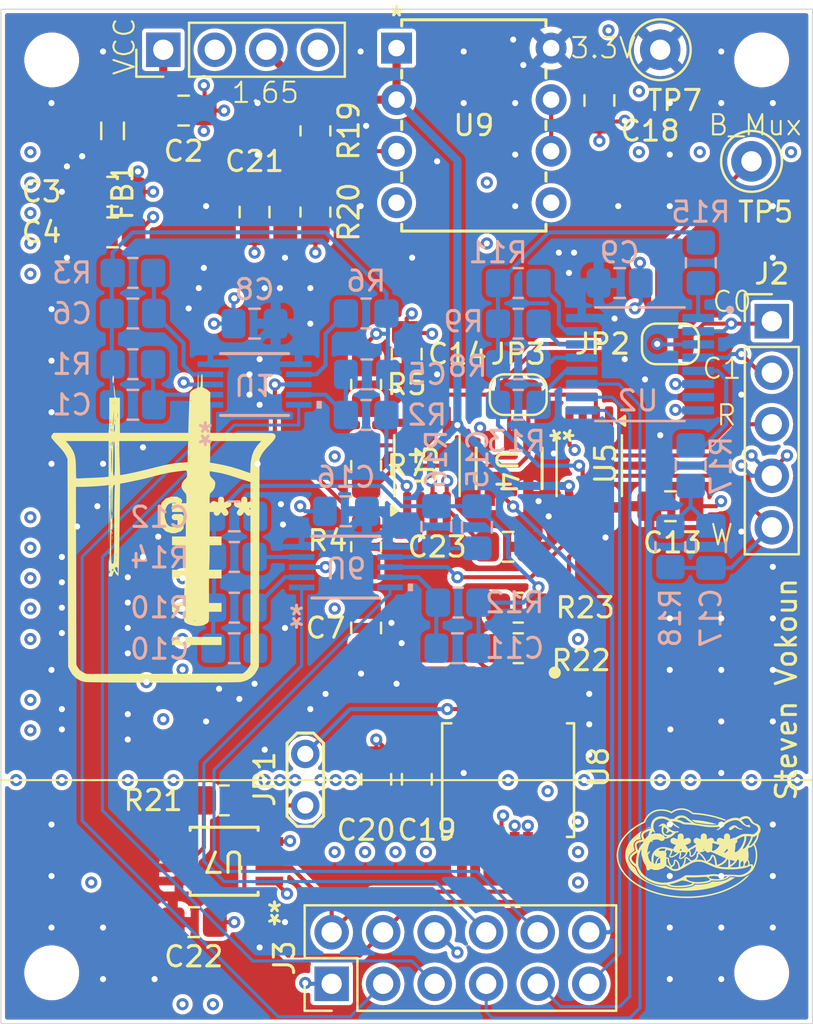
<source format=kicad_pcb>
(kicad_pcb (version 20240108) (generator "pcbnew") (generator_version "8.0")
  (layers (0 "F.Cu" signal) (1 "In1.Cu" power) (2 "In2.Cu" power) (31 "B.Cu" signal) (34 "B.Paste" user) (35 "F.Paste" user) (36 "B.SilkS" user "B.Silkscreen") (37 "F.SilkS" user "F.Silkscreen") (38 "B.Mask" user) (39 "F.Mask" user) (44 "Edge.Cuts" user))
  (net 0 "")
  (net 1 "GND")
  (net 2 "+3.3V")
  (net 3 "VCC")
  (net 4 "/VOUT")
  (net 5 "Net-(U1-S1)")
  (net 6 "Net-(U6-S1)")
  (net 7 "/R_AMP-")
  (net 8 "Net-(U6-S2)")
  (net 9 "Net-(U6-S3)")
  (net 10 "/R_TRANS-")
  (net 11 "Net-(C17-Pad1)")
  (net 12 "/R_TRANS+")
  (net 13 "/SCL")
  (net 14 "/A2_CAL")
  (net 15 "/A0_TRANS")
  (net 16 "/A0_AMP")
  (net 17 "/2_3_Electrode")
  (net 18 "/A1_AMP")
  (net 19 "/SDA")
  (net 20 "/A1_CAL")
  (net 21 "/A0_CAL")
  (net 22 "/A1_TRANS")
  (net 23 "/Counter0")
  (net 24 "/Counter1")
  (net 25 "Net-(JP1-B)")
  (net 26 "Net-(JP1-A)")
  (net 27 "/Adjusted_Output")
  (net 28 "/Reference_Follower")
  (net 29 "Net-(U1-S2)")
  (net 30 "Net-(U1-S3)")
  (net 31 "/R_AMP+")
  (net 32 "Net-(C7-Pad2)")
  (net 33 "Net-(U6-S4)")
  (net 34 "/Cal5")
  (net 35 "/Cal4")
  (net 36 "/Cal3")
  (net 37 "/Cal2")
  (net 38 "/Cal6")
  (net 39 "/Cal1")
  (net 40 "+1V65")
  (net 41 "/Reference")
  (net 42 "Net-(U9-+INA)")
  (net 43 "Net-(U3B--)")
  (net 44 "Net-(U1-S4)")
  (net 45 "Net-(U7-CLK)")
  (net 46 "Net-(U8-RFB)")
  (net 47 "Net-(U8-VIN)")
  (net 49 "Net-(U9--INB)")
  (footprint "Capacitor_SMD:C_0805_2012Metric_Pad1.18x1.45mm_HandSolder" (layer "F.Cu") (at 118 80.5 90)
    (property "Reference" "C7")
    (property "Value" "10u")
  )
  (footprint "Capacitor_SMD:C_0805_2012Metric_Pad1.18x1.45mm_HandSolder" (layer "F.Cu") (at 105.5 59)
    (property "Reference" "C3")
    (property "Value" "10u")
  )
  (footprint "Resistor_SMD:R_0805_2012Metric_Pad1.20x1.40mm_HandSolder" (layer "F.Cu") (at 111 89)
    (property "Reference" "R21")
    (property "Value" "33")
  )
  (footprint "Jumper:SolderJumper-2_P1.3mm_Open_RoundedPad1.0x1.5mm" (layer "F.Cu") (at 125.5 69)
    (property "Reference" "JP3")
    (property "Value" "SolderJumper" (hide yes))
  )
  (footprint "LT1490A:PDIP-8_N_LIT" (layer "F.Cu") (at 119.5 51.92)
    (property "Reference" "U9")
    (property "Value" "LT1490ACN8-PBF")
  )
  (footprint "Package_SO:MSOP-8_3x3mm_P0.65mm" (layer "F.Cu") (at 121 72.5 90)
    (property "Reference" "U3")
    (property "Value" "AD8606ARM" (hide yes))
  )
  (footprint "Resistor_SMD:R_0805_2012Metric_Pad1.20x1.40mm_HandSolder" (layer "F.Cu") (at 115.5 56 -90)
    (property "Reference" "R19")
    (property "Value" "10k")
  )
  (footprint "Resistor_SMD:R_0805_2012Metric_Pad1.20x1.40mm_HandSolder" (layer "F.Cu") (at 125.5 81.5 180)
    (property "Reference" "R22")
    (property "Value" "100k")
  )
  (footprint "Capacitor_SMD:C_0805_2012Metric_Pad1.18x1.45mm_HandSolder" (layer "F.Cu") (at 133 74.5)
    (property "Reference" "C13")
    (property "Value" "1u")
  )
  (footprint "Resistor_SMD:R_0805_2012Metric_Pad1.20x1.40mm_HandSolder" (layer "F.Cu") (at 118 76.5 90)
    (property "Reference" "R4")
    (property "Value" "100k")
  )
  (footprint "LOGO" (layer "F.Cu") (at 110.1 75)
    (property "Reference" "G***")
    (property "Value" "LOGO" (hide yes))
  )
  (footprint "AD5933:SOP65P780X200-16N" (layer "F.Cu") (at 125 88 -90)
    (property "Reference" "U8")
    (property "Value" "AD5933")
  )
  (footprint "Capacitor_SMD:C_0805_2012Metric_Pad1.18x1.45mm_HandSolder" (layer "F.Cu") (at 120 67 90)
    (property "Reference" "C14")
    (property "Value" "1u")
  )
  (footprint "Resistor_SMD:R_0805_2012Metric_Pad1.20x1.40mm_HandSolder" (layer "F.Cu") (at 118 72.5 90)
    (property "Reference" "R7")
    (property "Value" "10k")
  )
  (footprint "Capacitor_SMD:C_0805_2012Metric_Pad1.18x1.45mm_HandSolder" (layer "F.Cu") (at 118.5 87.9625 90)
    (property "Reference" "C20")
    (property "Value" ".1u")
  )
  (footprint "Capacitor_SMD:C_0805_2012Metric_Pad1.18x1.45mm_HandSolder" (layer "F.Cu") (at 109 55)
    (property "Reference" "C2")
    (property "Value" "22u")
  )
  (footprint "LTC6904:MSOP-8_MS_LIT" (layer "F.Cu") (at 111 92 180)
    (property "Reference" "U7")
    (property "Value" "LTC6904CMS8-PBF")
  )
  (footprint "Capacitor_SMD:C_0805_2012Metric_Pad1.18x1.45mm_HandSolder" (layer "F.Cu") (at 105.5 61)
    (property "Reference" "C4")
    (property "Value" ".1u")
  )
  (footprint "TestPoint:TestPoint_Loop_D1.80mm_Drill1.0mm_Beaded" (layer "F.Cu") (at 137 57.5)
    (property "Reference" "TP5")
    (property "Value" "Counter_Before_Mux" (hide yes))
  )
  (footprint "LOGO" (layer "F.Cu") (at 133.9 91.6)
    (property "Reference" "G***")
    (property "Value" "LOGO" (hide yes))
  )
  (footprint "Package_SO:MSOP-8_3x3mm_P0.65mm" (layer "F.Cu") (at 129 72.5 -90)
    (property "Reference" "U5")
    (property "Value" "AD8606ARM" (hide yes))
  )
  (footprint "Connector_PinHeader_2.54mm:PinHeader_1x05_P2.54mm_Vertical" (layer "F.Cu") (at 138 65.38)
    (property "Reference" "J2")
    (property "Value" "Conn_01x05_Pin" (hide yes))
  )
  (footprint "Capacitor_SMD:C_0805_2012Metric_Pad1.18x1.45mm_HandSolder" (layer "F.Cu") (at 109.5 95)
    (property "Reference" "C22")
    (property "Value" ".1u")
  )
  (footprint "Resistor_SMD:R_0805_2012Metric_Pad1.20x1.40mm_HandSolder" (layer "F.Cu") (at 125.5 79.5)
    (property "Reference" "R23")
    (property "Value" "20k")
  )
  (footprint "MountingHole:MountingHole_2.2mm_M2" (layer "F.Cu") (at 102.5 52.5)
    (property "Reference" "H1" (hide yes))
    (property "Value" "MountingHole" (hide yes))
  )
  (footprint "TestPoint:TestPoint_Loop_D1.80mm_Drill1.0mm_Beaded" (layer "F.Cu") (at 132.5 52)
    (property "Reference" "TP7")
    (property "Value" "3.3V" (hide yes))
  )
  (footprint "Connector_PinHeader_2.54mm:PinHeader_1x04_P2.54mm_Vertical" (layer "F.Cu") (at 108 52 90)
    (property "Reference" "J1" (hide yes))
    (property "Value" "Conn_01x04_Pin" (hide yes))
  )
  (footprint "MountingHole:MountingHole_2.2mm_M2" (layer "F.Cu") (at 102.5 97.5)
    (property "Reference" "H3" (hide yes))
    (property "Value" "MountingHole" (hide yes))
  )
  (footprint "Jumper:SolderJumper-2_P1.3mm_Open_RoundedPad1.0x1.5mm" (layer "F.Cu") (at 133 66.5)
    (property "Reference" "JP2")
    (property "Value" "SolderJumper" (hide yes))
  )
  (footprint "Capacitor_SMD:C_0805_2012Metric_Pad1.18x1.45mm_HandSolder" (layer "F.Cu") (at 112.5 60 -90)
    (property "Reference" "C21")
    (property "Value" ".1u")
  )
  (footprint "Resistor_SMD:R_0805_2012Metric_Pad1.20x1.40mm_HandSolder" (layer "F.Cu") (at 115.5 60 -90)
    (property "Reference" "R20")
    (property "Value" "10k")
  )
  (footprint "MountingHole:MountingHole_2.2mm_M2" (layer "F.Cu") (at 137.5 97.5)
    (property "Reference" "H4" (hide yes))
    (property "Value" "MountingHole" (hide yes))
  )
  (footprint "TestPoint:TestPoint_2Pads_Pitch2.54mm_Drill0.8mm" (layer "F.Cu") (at 115 89.25 90)
    (property "Reference" "JP1")
    (property "Value" "Jumper" (hide yes))
  )
  (footprint "Capacitor_SMD:C_0805_2012Metric_Pad1.18x1.45mm_HandSolder" (layer "F.Cu") (at 125 76.5 180)
    (property "Reference" "C23")
    (property "Value" "1u")
  )
  (footprint "Resistor_SMD:R_0805_2012Metric_Pad1.20x1.40mm_HandSolder" (layer "F.Cu") (at 118 68.5 -90)
    (property "Reference" "R5")
    (property "Value" "10k")
  )
  (footprint "Capacitor_SMD:C_0805_2012Metric_Pad1.18x1.45mm_HandSolder" (layer "F.Cu") (at 129.5 54.5 90)
    (property "Reference" "C18")
    (property "Value" "1u")
  )
  (footprint "Connector_PinHeader_2.54mm:PinHeader_2x06_P2.54mm_Vertical" (layer "F.Cu") (at 116.3 98.04 90)
    (property "Reference" "J3")
    (property "Value" "Conn_02x06_Odd_Even" (hide yes))
  )
  (footprint "MountingHole:MountingHole_2.2mm_M2" (layer "F.Cu") (at 137.5 52.5)
    (property "Reference" "H2" (hide yes))
    (property "Value" "MountingHole" (hide yes))
  )
  (footprint "MAX4646:21-0057F_MXM" (layer "F.Cu") (at 125.049999 72.63475 -90)
    (property "Reference" "U4")
    (property "Value" "MAX4646EUK+T")
  )
  (footprint "Inductor_SMD:L_0805_2012Metric_Pad1.05x1.20mm_HandSolder" (layer "F.Cu") (at 105.5 56 -90)
    (property "Reference" "FB1")
    (property "Value" "FerriteBead" (hide yes))
  )
  (footprint "Capacitor_SMD:C_0805_2012Metric_Pad1.18x1.45mm_HandSolder" (layer "F.Cu") (at 120.5 87.9625 90)
    (property "Reference" "C19")
    (property "Value" "10u")
  )
  (footprint "Capacitor_SMD:C_0805_2012Metric_Pad1.18x1.45mm_HandSolder" (layer "B.Cu") (at 122.5 81.5)
    (property "Reference" "C11")
    (property "Value" "1p")
  )
  (footprint "Capacitor_SMD:C_0805_2012Metric_Pad1.18x1.45mm_HandSolder" (layer "B.Cu") (at 130.5 63.5)
    (property "Reference" "C9")
    (property "Value" ".1u")
  )
  (footprint "Resistor_SMD:R_0805_2012Metric_Pad1.20x1.40mm_HandSolder" (layer "B.Cu") (at 118 70)
    (property "Reference" "R2")
    (property "Value" "10k")
  )
  (footprint "Resistor_SMD:R_0805_2012Metric_Pad1.20x1.40mm_HandSolder" (layer "B.Cu") (at 111.5 77 180)
    (property "Reference" "R14")
    (property "Value" "100k")
  )
  (footprint "Resistor_SMD:R_0805_2012Metric_Pad1.20x1.40mm_HandSolder" (layer "B.Cu") (at 121.4625 75.5 90)
    (property "Reference" "R16")
    (property "Value" "1Meg")
  )
  (footprint "Resistor_SMD:R_0805_2012Metric_Pad1.20x1.40mm_HandSolder" (layer "B.Cu") (at 118 65)
    (property "Reference" "R6")
    (property "Value" "100k")
  )
  (footprint "Resistor_SMD:R_0805_2012Metric_Pad1.20x1.40mm_HandSolder" (layer "B.Cu") (at 125.5 65.5 180)
    (property "Reference" "R9")
    (property "Value" "1Meg")
  )
  (footprint "Resistor_SMD:R_0805_2012Metric_Pad1.20x1.40mm_HandSolder" (layer "B.Cu") (at 134.5 62.5 90)
    (property "Reference" "R15")
    (property "Value" "100")
  )
  (footprint "Resistor_SMD:R_0805_2012Metric_Pad1.20x1.40mm_HandSolder" (layer "B.Cu") (at 122.5375 79.25)
    (property "Reference" "R12")
    (property "Value" "10k")
  )
  (footprint "Resistor_SMD:R_0805_2012Metric_Pad1.20x1.40mm_HandSolder" (layer "B.Cu") (at 133 76.5 -90)
    (property "Reference" "R18")
    (property "Value" "1k")
  )
  (footprint "DG2034:SMT_EDQ-T1-GE3_VIS" (layer "B.Cu") (at 112.5 68.5)
    (property "Reference" "U1")
    (property "Value" "DG2034EDQ-T1-GE3")
  )
  (footprint "Capacitor_SMD:C_0805_2012Metric_Pad1.18x1.45mm_HandSolder" (layer "B.Cu") (at 106.5 65 180)
    (property "Reference" "C6")
    (property "Value" "1p")
  )
  (footprint "Resistor_SMD:R_0805_2012Metric_Pad1.20x1.40mm_HandSolder" (layer "B.Cu") (at 125.5 69.5 180)
    (property "Reference" "R13")
    (property "Value" "10k")
  )
  (footprint "NX3L4051PW_118:SOP65P640X110-16N" (layer "B.Cu") (at 131.5 67.5 180)
    (property "Reference" "U2")
    (property "Value" "NX3L4051PW_118" (hide yes))
  )
  (footprint "Resistor_SMD:R_0805_2012Metric_Pad1.20x1.40mm_HandSolder" (layer "B.Cu") (at 106.5 63 180)
    (property "Reference" "R3")
    (property "Value" "1k")
  )
  (footprint "Capacitor_SMD:C_0805_2012Metric_Pad1.18x1.45mm_HandSolder" (layer "B.Cu") (at 117 74.75 180)
    (property "Reference" "C16")
    (property "Value" ".1u")
  )
  (footprint "Capacitor_SMD:C_0805_2012Metric_Pad1.18x1.45mm_HandSolder" (layer "B.Cu") (at 111.5 81.5 180)
    (property "Reference" "C10")
    (property "Value" "1p")
  )
  (footprint "Capacitor_SMD:C_0805_2012Metric_Pad1.18x1.45mm_HandSolder" (layer "B.Cu") (at 106.5 69.5 180)
    (property "Reference" "C1")
    (property "Value" "1p")
  )
  (footprint "Resistor_SMD:R_0805_2012Metric_Pad1.20x1.40mm_HandSolder" (layer "B.Cu") (at 125.5 63.5 180)
    (property "Reference" "R11")
    (property "Value" "100k")
  )
  (footprint "Capacitor_SMD:C_0805_2012Metric_Pad1.18x1.45mm_HandSolder" (layer "B.Cu") (at 118.0375 68)
    (property "Reference" "C5")
    (property "Value" "1p")
  )
  (footprint "Capacitor_SMD:C_0805_2012Metric_Pad1.18x1.45mm_HandSolder" (layer "B.Cu") (at 111.5 75 180)
    (property "Reference" "C12")
    (property "Value" "1p")
  )
  (footprint "DG2034:SMT_EDQ-T1-GE3_VIS" (layer "B.Cu") (at 117 77.5)
    (property "Reference" "U6")
    (property "Value" "DG2034EDQ-T1-GE3")
  )
  (footprint "Capacitor_SMD:C_0805_2012Metric_Pad1.18x1.45mm_HandSolder" (layer "B.Cu") (at 112.5 65.5 180)
    (property "Reference" "C8")
    (property "Value" ".1u")
  )
  (footprint "Resistor_SMD:R_0805_2012Metric_Pad1.20x1.40mm_HandSolder" (layer "B.Cu") (at 134 72.5 -90)
    (property "Reference" "R17")
    (property "Value" "1k")
  )
  (footprint "Capacitor_SMD:C_0805_2012Metric_Pad1.18x1.45mm_HandSolder" (layer "B.Cu") (at 135 76.5 -90)
    (property "Reference" "C17")
    (property "Value" "1p")
  )
  (footprint "Resistor_SMD:R_0805_2012Metric_Pad1.20x1.40mm_HandSolder" (layer "B.Cu") (at 125.5 67.5 180)
    (property "Reference" "R8")
    (property "Value" "10Meg")
  )
  (footprint "Resistor_SMD:R_0805_2012Metric_Pad1.20x1.40mm_HandSolder" (layer "B.Cu") (at 111.5 79.5 180)
    (property "Reference" "R10")
    (property "Value" "100")
  )
  (footprint "Resistor_SMD:R_0805_2012Metric_Pad1.20x1.40mm_HandSolder" (layer "B.Cu") (at 106.5 67.5 180)
    (property "Reference" "R1")
    (property "Value" "100k")
  )
  (footprint "Capacitor_SMD:C_0805_2012Metric_Pad1.18x1.45mm_HandSolder" (layer "B.Cu") (at 123.4625 75.5375 90)
    (property "Reference" "C15")
    (property "Value" "1p")
  )
  (gr_line (start 100 88) (end 140 88) (stroke (width 0.1)) (layer "F.SilkS"))
  (gr_rect (start 100 50) (end 140 100) (stroke (width 0.05)) (fill none) (layer "Edge.Cuts"))
  (gr_text "1.65" (at 111.3 54.7 0) (layer "F.SilkS") (effects (font (size 1 1) (thickness 0.1)) (justify left bottom)))
  (gr_text "R" (at 135.2 70.6 0) (layer "F.SilkS") (effects (font (size 1 1) (thickness 0.1)) (justify left bottom)))
  (gr_text "Steven Vokoun" (at 139.3 89.1 90) (layer "F.SilkS") (effects (font (size 1 1)) (justify left bottom)))
  (gr_text "W" (at 134.9 76.5 0) (layer "F.SilkS") (effects (font (size 1 1) (thickness 0.1)) (justify left bottom)))
  (gr_text "VCC" (at 106.67 53.33 90) (layer "F.SilkS") (effects (font (size 1 1) (thickness 0.1)) (justify left bottom)))
  (gr_text "C0" (at 135 65 0) (layer "F.SilkS") (effects (font (size 1 1) (thickness 0.1)) (justify left bottom)))
  (gr_text "B_Mux" (at 134.8 56.3 0) (layer "F.SilkS") (effects (font (size 1 1) (thickness 0.1)) (justify left bottom)))
  (gr_text "3.3V" (at 128 52.5 0) (layer "F.SilkS") (effects (font (size 1 1) (thickness 0.1)) (justify left bottom)))
  (gr_text "C1" (at 134.5 68.3 0) (layer "F.SilkS") (effects (font (size 1 1) (thickness 0.1)) (justify left bottom)))
  (segment (start 113.22885 92.974999) (end 113.474999 92.974999) (width 0.2) (layer "F.Cu") (net 1))
  (segment (start 113.474999 92.974999) (end 114.1 93.6) (width 0.2) (layer "F.Cu") (net 1))
  (segment (start 130.7125 55.5375) (end 130.75 55.5) (width 0.2) (layer "F.Cu") (net 1))
  (segment (start 115.5 61) (end 115.5 62) (width 0.2) (layer "F.Cu") (net 1))
  (segment (start 110.0375 53.7875) (end 110 53.75) (width 0.2) (layer "F.Cu") (net 1))
  (segment (start 119.425 86.925) (end 118.5 86) (width 0.2) (layer "F.Cu") (net 1))
  (segment (start 121.2125 65.9625) (end 121.25 66) (width 0.2) (layer "F.Cu") (net 1))
  (segment (start 120 65.9625) (end 121.2125 65.9625) (width 0.2) (layer "F.Cu") (net 1))
  (segment (start 106.5375 58.2125) (end 106.75 58) (width 0.2) (layer "F.Cu") (net 1))
  (segment (start 129.5 55.5375) (end 129.5 56.5) (width 0.2) (layer "F.Cu") (net 1))
  (segment (start 123.8625 76.5) (end 121.975 74.6125) (width 0.2) (layer "F.Cu") (net 1))
  (segment (start 124.099998 71.110048) (end 123.619975 70.630025) (width 0.2) (layer "F.Cu") (net 1))
  (segment (start 120 65.9625) (end 120 65.25) (width 0.2) (layer "F.Cu") (net 1))
  (segment (start 124.75 89.75) (end 124.675 89.825) (width 0.2) (layer "F.Cu") (net 1))
  (segment (start 106.5375 59) (end 106.5375 58.2125) (width 0.2) (layer "F.Cu") (net 1))
  (segment (start 113.22885 91.025001) (end 114.224999 91.025001) (width 0.2) (layer "F.Cu") (net 1))
  (segment (start 128.025 70.3875) (end 128.025 71.473527) (width 0.2) (layer "F.Cu") (net 1))
  (segment (start 114.224999 91.025001) (end 114.25 91) (width 0.2) (layer "F.Cu") (net 1))
  (segment (start 120.5 86.925) (end 119.425 86.925) (width 0.2) (layer "F.Cu") (net 1))
  (segment (start 110.0375 55.9625) (end 110 56) (width 0.2) (layer "F.Cu") (net 1))
  (segment (start 110.5375 95) (end 111.5 95) (width 0.2) (layer "F.Cu") (net 1))
  (segment (start 129.5 55.5375) (end 130.7125 55.5375) (width 0.2) (layer "F.Cu") (net 1))
  (segment (start 124.675 89.825) (end 124.675 91.505) (width 0.2) (layer "F.Cu") (net 1))
  (segment (start 125.975 90.25) (end 125.975 91.505) (width 0.2) (layer "F.Cu") (net 1))
  (segment (start 106.5375 61) (end 106.75 61) (width 0.2) (layer "F.Cu") (net 1))
  (segment (start 121.975 73.275) (end 122 73.25) (width 0.2) (layer "F.Cu") (net 1))
  (segment (start 125.325 90.25) (end 125.325 91.505) (width 0.2) (layer "F.Cu") (net 1))
  (segment (start 118.5 86.925) (end 118.5 86) (width 0.2) (layer "F.Cu") (net 1))
  (segment (start 106.75 61) (end 107.5 60.25) (width 0.2) (layer "F.Cu") (net 1))
  (segment (start 110.0375 55) (end 110.0375 55.9625) (width 0.2) (layer "F.Cu") (net 1))
  (segment (start 112.5 61.0375) (end 112.5 62) (width 0.2) (layer "F.Cu") (net 1))
  (segment (start 120.5 86.925) (end 118.5 86.925) (width 0.2) (layer "F.Cu") (net 1))
  (segment (start 121.975 74.6125) (end 121.975 73.275) (width 0.2) (layer "F.Cu") (net 1))
  (segment (start 134.0375 74.5) (end 135.25 74.5) (width 0.2) (layer "F.Cu") (net 1))
  (segment (start 135.25 74.5) (end 135.5 74.25) (width 0.2) (layer "F.Cu") (net 1))
  (segment (start 124.099998 71.2695) (end 124.099998 71.110048) (width 0.2) (layer "F.Cu") (net 1))
  (segment (start 120 65.25) (end 120.25 65) (width 0.2) (layer "F.Cu") (net 1))
  (segment (start 123.9625 76.5) (end 123.8625 76.5) (width 0.2) (layer "F.Cu") (net 1))
  (segment (start 138 72.75) (end 138.75 72) (width 0.2) (layer "F.Cu") (net 1))
  (segment (start 106.5375 59) (end 107.5 59) (width 0.2) (layer "F.Cu") (net 1))
  (segment (start 110.0375 55) (end 110.0375 53.7875) (width 0.2) (layer "F.Cu") (net 1))
  (segment (start 138 73) (end 138 72.75) (width 0.2) (layer "F.Cu") (net 1))
  (segment (start 128.025 71.473527) (end 128.281802 71.730329) (width 0.2) (layer "F.Cu") (net 1))
  (segment (start 125.975 91.505) (end 124.675 91.505) (width 0.5) (layer "F.Cu") (net 1))
  (segment (start 110.0375 55) (end 111 55) (width 0.2) (layer "F.Cu") (net 1))
  (via (at 101.45 81.04775) (size 0.6) (drill 0.3) (layers "F.Cu" "B.Cu") (net 1))
  (via (at 101.45 61.54775) (size 0.6) (drill 0.3) (layers "F.Cu" "B.Cu") (net 1))
  (via (at 111 55) (size 0.6) (drill 0.3) (layers "F.Cu" "B.Cu") (net 1))
  (via (at 111.5 64.25) (size 0.6) (drill 0.3) (layers "F.Cu" "B.Cu") (net 1))
  (via (at 137 88) (size 0.6) (drill 0.3) (layers "F.Cu" "B.Cu") (net 1))
  (via (at 112.5 62) (size 0.6) (drill 0.3) (layers "F.Cu" "B.Cu") (net 1))
  (via (at 113 88) (size 0.6) (drill 0.3) (layers "F.Cu" "B.Cu") (net 1))
  (via (at 114.75 74.5) (size 0.6) (drill 0.3) (layers "F.Cu" "B.Cu") (net 1))
  (via (at 133.25 69.75) (size 0.6) (drill 0.3) (layers "F.Cu" "B.Cu") (net 1))
  (via (at 116.45 72.04775) (size 0.6) (drill 0.3) (layers "F.Cu" "B.Cu") (net 1))
  (via (at 122.5 96.5) (size 0.6) (drill 0.3) (layers "F.Cu" "B.Cu") (net 1))
  (via (at 123.619975 70.630025) (size 0.6) (drill 0.3) (layers "F.Cu" "B.Cu") (net 1))
  (via (at 106.25 88) (size 0.6) (drill 0.3) (layers "F.Cu" "B.Cu") (net 1))
  (via (at 137 72) (size 0.6) (drill 0.3) (layers "F.Cu" "B.Cu") (net 1))
  (via (at 132.5 88) (size 0.6) (drill 0.3) (layers "F.Cu" "B.Cu") (net 1))
  (via (at 118.5 86) (size 0.6) (drill 0.3) (layers "F.Cu" "B.Cu") (net 1))
  (via (at 131.25 64.75) (size 0.6) (drill 0.3) (layers "F.Cu" "B.Cu") (net 1))
  (via (at 108.95 79.54775) (size 0.6) (drill 0.3) (layers "F.Cu" "B.Cu") (net 1))
  (via (at 101.45 79.54775) (size 0.6) (drill 0.3) (layers "F.Cu" "B.Cu") (net 1))
  (via (at 129.95 51.04775) (size 0.6) (drill 0.3) (layers "F.Cu" "B.Cu") (net 1))
  (via (at 131.45 54.04775) (size 0.6) (drill 0.3) (layers "F.Cu" "B.Cu") (net 1))
  (via (at 106.75 58) (size 0.6) (drill 0.3) (layers "F.Cu" "B.Cu") (net 1))
  (via (at 101.45 85.54775) (size 0.6) (drill 0.3) (layers "F.Cu" "B.Cu") (net 1))
  (via (at 139.25 88) (size 0.6) (drill 0.3) (layers "F.Cu" "B.Cu") (net 1))
  (via (at 101.45 78.04775) (size 0.6) (drill 0.3) (layers "F.Cu" "B.Cu") (net 1))
  (via (at 104.45 93.04775) (size 0.6) (drill 0.3) (layers "F.Cu" "B.Cu") (net 1))
  (via (at 128.45 81.04775) (size 0.6) (drill 0.3) (layers "F.Cu" "B.Cu") (net 1))
  (via (at 114.25 91) (size 0.6) (drill 0.3) (layers "F.Cu" "B.Cu") (net 1))
  (via (at 114.1 93.6) (size 0.6) (drill 0.3) (layers "F.Cu" "B.Cu") (net 1))
  (via (at 123.95 61.54775) (size 0.6) (drill 0.3) (layers "F.Cu" "B.Cu") (net 1))
  (via (at 108.95 81.04775) (size 0.6) (drill 0.3) (layers "F.Cu" "B.Cu") (net 1))
  (via (at 101.45 75.04775) (size 0.6) (drill 0.3) (layers "F.Cu" "B.Cu") (net 1))
  (via (at 121.25 66) (size 0.6) (drill 0.3) (layers "F.Cu" "B.Cu") (net 1))
  (via (at 131.5 62.5) (size 0.6) (drill 0.3) (layers "F.Cu" "B.Cu") (net 1))
  (via (at 117.25 88) (size 0.6) (drill 0.3) (layers "F.Cu" "B.Cu") (net 1))
  (via (at 120.95 91.54775) (size 0.6) (drill 0.3) (layers "F.Cu" "B.Cu") (net 1))
  (via (at 115.75 88) (size 0.6) (drill 0.3) (layers "F.Cu" "B.Cu") (net 1))
  (via (at 108.95 99.04775) (size 0.6) (drill 0.3) (layers "F.Cu" "B.Cu") (net 1))
  (via (at 101.45 76.54775) (size 0.6) (drill 0.3) (layers "F.Cu" "B.Cu") (net 1))
  (via (at 113.75 88) (size 0.6) (drill 0.3) (layers "F.Cu" "B.Cu") (net 1))
  (via (at 129.5 56.5) (size 0.6) (drill 0.3) (layers "F.Cu" "B.Cu") (net 1))
  (via (at 115.5 62) (size 0.6) (drill 0.3) (layers "F.Cu" "B.Cu") (net 1))
  (via (at 123.95 58.54775) (size 0.6) (drill 0.3) (layers "F.Cu" "B.Cu") (net 1))
  (via (at 115 98) (size 0.6) (drill 0.3) (layers "F.Cu" "B.Cu") (net 1))
  (via (at 136.5 72.5) (size 0.6) (drill 0.3) (layers "F.Cu" "B.Cu") (net 1))
  (via (at 107.5 59) (size 0.6) (drill 0.3) (layers "F.Cu" "B.Cu") (net 1))
  (via (at 116.5 88) (size 0.6) (drill 0.3) (layers "F.Cu" "B.Cu") (net 1))
  (via (at 108.95 78.04775) (size 0.6) (drill 0.3) (layers "F.Cu" "B.Cu") (net 1))
  (via (at 108.95 82.54775) (size 0.6) (drill 0.3) (layers "F.Cu" "B.Cu") (net 1))
  (via (at 126.95 88.54775) (size 0.6) (drill 0.3) (layers "F.Cu" "B.Cu") (net 1))
  (via (at 135.5 74.25) (size 0.6) (drill 0.3) (layers "F.Cu" "B.Cu") (net 1))
  (via (at 130.75 55.5) (size 0.6) (drill 0.3) (layers "F.Cu" "B.Cu") (net 1))
  (via (at 128.45 91.54775) (size 0.6) (drill 0.3) (layers "F.Cu" "B.Cu") (net 1))
  (via (at 120.25 65) (size 0.6) (drill 0.3) (layers "F.Cu" "B.Cu") (net 1))
  (via (at 108 85) (size 0.6) (drill 0.3) (layers "F.Cu" "B.Cu") (net 1))
  (via (at 110.45 99.04775) (size 0.6) (drill 0.3) (layers "F.Cu" "B.Cu") (net 1))
  (via (at 101.45 58.54775) (size 0.6) (drill 0.3) (layers "F.Cu" "B.Cu") (net 1))
  (via (at 125 88) (size 0.6) (drill 0.3) (layers "F.Cu" "B.Cu") (net 1))
  (via (at 128.281802 71.730329) (size 0.6) (drill 0.3) (layers "F.Cu" "B.Cu") (net 1))
  (via (at 125.325 90.25) (size 0.6) (drill 0.3) (layers "F.Cu" "B.Cu") (net 1))
  (via (at 116.45 79.54775) (size 0.6) (drill 0.3) (layers "F.Cu" "B.Cu") (net 1))
  (via (at 110 53.75) (size 0.6) (drill 0.3) (layers "F.Cu" "B.Cu") (net 1))
  (via (at 125.975 90.25) (size 0.6) (drill 0.3) (layers "F.Cu" "B.Cu") (net 1))
  (via (at 116.45 91.54775) (size 0.6) (drill 0.3) (layers "F.Cu" "B.Cu") (net 1))
  (via (at 117.95 91.54775) (size 0.6) (drill 0.3) (layers "F.Cu" "B.Cu") (net 1))
  (via (at 107.169329 83.17153) (size 0.6) (drill 0.3) (layers "F.Cu" "B.Cu") (net 1))
  (via (at 108.5 88) (size 0.6) (drill 0.3) (layers "F.Cu" "B.Cu") (net 1))
  (via (at 128.45 90.04775) (size 0.6) (drill 0.3) (layers "F.Cu" "B.Cu") (net 1))
  (via (at 103 88) (size 0.6) (drill 0.3) (layers "F.Cu" "B.Cu") (net 1))
  (via (at 110 56) (size 0.6) (drill 0.3) (layers "F.Cu" "B.Cu") (net 1))
  (via (at 116 77.5) (size 0.6) (drill 0.3) (layers "F.Cu" "B.Cu") (net 1))
  (via (at 138.95 57.04775) (size 0.6) (drill 0.3) (layers "F.Cu" "B.Cu") (net 1))
  (via (at 131.45 57.04775) (size 0.6) (drill 0.3) (layers "F.Cu" "B.Cu") (net 1))
  (via (at 138.75 72) (size 0.6) (drill 0.3) (layers "F.Cu" "B.Cu") (net 1))
  (via (at 101.45 57.04775) (size 0.6) (drill 0.3) (layers "F.Cu" "B.Cu") (net 1))
  (via (at 134.45 57.04775) (size 0.6) (drill 0.3) (layers "F.Cu" "B.Cu") (net 1))
  (via (at 100.75 88) (size 0.6) (drill 0.3) (layers "F.Cu" "B.Cu") (net 1))
  (via (at 122 73.25) (size 0.6) (drill 0.3) (layers "F.Cu" "B.Cu") (net 1))
  (via (at 134 88) (size 0.6) (drill 0.3) (layers "F.Cu" "B.Cu") (net 1))
  (via (at 111.5 95) (size 0.6) (drill 0.3) (layers "F.Cu" "B.Cu") (net 1))
  (via (at 101.45 60.04775) (size 0.6) (drill 0.3) (layers "F.Cu" "B.Cu") (net 1))
  (via (at 114.5 88) (size 0.6) (drill 0.3) (layers "F.Cu" "B.Cu") (net 1))
  (via (at 128.45 93.04775) (size 0.6) (drill 0.3) (layers "F.Cu" "B.Cu") (net 1))
  (via (at 101.45 84.04775) (size 0.6) (drill 0.3) (layers "F.Cu" "B.Cu") (net 1))
  (via (at 119.45 91.54775) (size 0.6) (drill 0.3) (layers "F.Cu" "B.Cu") (net 1))
  (via (at 128.75 88) (size 0.6) (drill 0.3) (layers "F.Cu" "B.Cu") (net 1))
  (via (at 133.25 68.475) (size 0.6) (drill 0.3) (layers "F.Cu" "B.Cu") (net 1))
  (via (at 107.5 60.25) (size 0.6) (drill 0.3) (layers "F.Cu" "B.Cu") (net 1))
  (via (at 109.00545 68.400126) (size 0.6) (drill 0.3) (layers "F.Cu" "B.Cu") (net 1))
  (via (at 101.45 63.04775) (size 0.6) (drill 0.3) (layers "F.Cu" "B.Cu") (net 1))
  (via (at 124.75 89.75) (size 0.6) (drill 0.3) (layers "F.Cu" "B.Cu") (net 1))
  (via (at 110.5 65.5) (size 0.6) (drill 0.3) (layers "F.Cu" "B.Cu") (net 1))
  (segment (start 114.82195 77.5) (end 116 77.5) (width 0.2) (layer "B.Cu") (net 1))
  (segment (start 110.32195 68.5) (end 109.105324 68.5) (width 0.2) (layer "B.Cu") (net 1))
  (segment (start 137 73) (end 136.5 72.5) (width 0.2) (layer "B.Cu") (net 1))
  (segment (start 133.25 68.475) (end 134.37 68.475) (width 0.2) (layer "B.Cu") (net 1))
  (segment (start 138 73) (end 137 73) (width 0.2) (layer "B.Cu") (net 1))
  (segment (start 115 74.75) (end 114.75 74.5) (width 0.2) (layer "B.Cu") (net 1))
  (segment (start 115.04 98.04) (end 115 98) (width 0.2) (layer "B.Cu") (net 1))
  (segment (start 109.105324 68.5) (end 109.00545 68.400126) (width 0.2) (layer "B.Cu") (net 1))
  (segment (start 111.4625 64.2875) (end 111.5 64.25) (width 0.2) (layer "B.Cu") (net 1))
  (segment (start 131.5375 63.5) (end 131.5375 62.5375) (width 0.2) (layer "B.Cu") (net 1))
  (segment (start 115.9625 74.75) (end 115 74.75) (width 0.2) (layer "B.Cu") (net 1))
  (segment (start 116.3 98.04) (end 115.04 98.04) (width 0.2) (layer "B.Cu") (net 1))
  (segment (start 133.275 69.775) (end 133.25 69.75) (width 0.2) (layer "B.Cu") (net 1))
  (segment (start 111.4625 65.5) (end 110.5 65.5) (width 0.2) (layer "B.Cu") (net 1))
  (segment (start 131.5375 64.4625) (end 131.25 64.75) (width 0.2) (layer "B.Cu") (net 1))
  (segment (start 131.5375 62.5375) (end 131.5 62.5) (width 0.2) (layer "B.Cu") (net 1))
  (segment (start 111.4625 65.5) (end 111.4625 64.2875) (width 0.2) (layer "B.Cu") (net 1))
  (segment (start 121.5 95.5) (end 122.5 96.5) (width 0.2) (layer "B.Cu") (net 1))
  (segment (start 131.5375 63.5) (end 131.5375 64.4625) (width 0.2) (layer "B.Cu") (net 1))
  (segment (start 134.37 69.775) (end 133.275 69.775) (width 0.2) (layer "B.Cu") (net 1))
  (segment (start 138 73) (end 137 72) (width 0.2) (layer "B.Cu") (net 1))
  (segment (start 121.38 95.5) (end 121.5 95.5) (width 0.2) (layer "B.Cu") (net 1))
  (segment (start 129.801615 76.03947) (end 129.975 75.866085) (width 0.4) (layer "F.Cu") (net 2))
  (segment (start 122.81 54.62775) (end 121.68775 55.75) (width 0.4) (layer "F.Cu") (net 2))
  (segment (start 118.320341 58.378) (end 117.73 58.968341) (width 0.4) (layer "F.Cu") (net 2))
  (segment (start 126.5 75.5) (end 127 75) (width 0.4) (layer "F.Cu") (net 2))
  (segment (start 126.0375 76.5) (end 126.5 76.0375) (width 0.4) (layer "F.Cu") (net 2))
  (segment (start 131.9625 74.5) (end 130.0875 74.5) (width 0.4) (layer "F.Cu") (net 2))
  (segment (start 121.5 57.5) (end 120.622 58.378) (width 0.4) (layer "F.Cu") (net 2))
  (segment (start 117.73 58.968341) (end 117.73 59.70775) (width 0.4) (layer "F.Cu") (net 2))
  (segment (start 126.5 74) (end 126 74) (width 0.4) (layer "F.Cu") (net 2))
  (segment (start 126.5 74.25) (end 126.5 74) (width 0.4) (layer "F.Cu") (net 2))
  (segment (start 130.0875 74.5) (end 129.975 74.6125) (width 0.4) (layer "F.Cu") (net 2))
  (segment (start 121.68775 55.75) (end 118 55.75) (width 0.4) (layer "F.Cu") (net 2))
  (segment (start 122.81 54.62775) (end 122.81 56.19) (width 0.4) (layer "F.Cu") (net 2))
  (segment (start 120 68.0375) (end 120 70.3625) (width 0.4) (layer "F.Cu") (net 2))
  (segment (start 129.975 75.866085) (end 129.975 74.6125) (width 0.4) (layer "F.Cu") (net 2))
  (segment (start 122.81 56.19) (end 121.5 57.5) (width 0.4) (layer "F.Cu") (net 2))
  (segment (start 127 75) (end 126.5 74.5) (width 0.4) (layer "F.Cu") (net 2))
  (segment (start 126.5 76.0375) (end 126.5 75.5) (width 0.4) (layer "F.Cu") (net 2))
  (segment (start 120.622 58.378) (end 118.320341 58.378) (width 0.4) (layer "F.Cu") (net 2))
  (segment (start 126.5 74.5) (end 126.5 74.25) (width 0.4) (layer "F.Cu") (net 2))
  (segment (start 120 70.3625) (end 120.025 70.3875) (width 0.4) (layer "F.Cu") (net 2))
  (via (at 138.05 92.72775) (size 0.6) (drill 0.3) (layers "F.Cu" "B.Cu") (net 2))
  (via (at 114 95) (size 0.6) (drill 0.3) (layers "F.Cu" "B.Cu") (net 2))
  (via (at 131.75 68.25) (size 0.6) (drill 0.3) (layers "F.Cu" "B.Cu") (net 2))
  (via (at 138.05 90.18775) (size 0.6) (drill 0.3) (layers "F.Cu" "B.Cu") (net 2))
  (via (at 120.27 62.24775) (size 0.6) (drill 0.3) (layers "F.Cu" "B.Cu") (net 2))
  (via (at 128 63) (size 0.6) (drill 0.3) (layers "F.Cu" "B.Cu") (net 2))
  (via (at 111.75 84) (size 0.6) (drill 0.3) (layers "F.Cu" "B.Cu") (net 2))
  (via (at 103 79.5) (size 0.6) (drill 0.3) (layers "F.Cu" "B.Cu") (net 2))
  (via (at 127.25 71.9) (size 0.6) (drill 0.3) (layers "F.Cu" "B.Cu") (net 2))
  (via (at 128.25 62) (size 0.6) (drill 0.3) (layers "F.Cu" "B.Cu") (net 2))
  (via (at 106.25 84.75) (size 0.6) (drill 0.3) (layers "F.Cu" "B.Cu") (net 2))
  (via (at 117.75 82.75) (size 0.6) (drill 0.3) (layers "F.Cu" "B.Cu") (net 2))
  (via (at 122.81 87.64775) (size 0.6) (drill 0.3) (layers "F.Cu" "B.Cu") (net 2))
  (via (at 112.75 67.25) (size 0.6) (drill 0.3) (layers "F.Cu" "B.Cu") (net 2))
  (via (at 103 80.75) (size 0.6) (drill 0.3) (layers "F.Cu" "B.Cu") (net 2))
  (via (at 106.25 78) (size 0.6) (drill 0.3) (layers "F.Cu" "B.Cu") (net 2))
  (via (at 106.25 80.5) (size 0.6) (drill 0.3) (layers "F.Cu" "B.Cu") (net 2))
  (via (at 112.75 96.25) (size 0.6) (drill 0.3) (layers "F.Cu" "B.Cu") (net 2))
  (via (at 119.25 80.25) (size 0.6) (drill 0.3) (layers "F.Cu" "B.Cu") (net 2))
  (via (at 117.73 59.70775) (size 0.6) (drill 0.3) (layers "F.Cu" "B.Cu") (net 2))
  (via (at 115.25 65.5) (size 0.6) (drill 0.3) (layers "F.Cu" "B.Cu") (net 2))
  (via (at 112.65 72.40775) (size 0.6) (drill 0.3) (layers "F.Cu" "B.Cu") (net 2))
  (via (at 138.05 62.24775) (size 0.6) (drill 0.3) (layers "F.Cu" "B.Cu") (net 2))
  (via (at 103.25 57.75) (size 0.6) (drill 0.3) (layers "F.Cu" "B.Cu") (net 2))
  (via (at 135.51 95.26775) (size 0.6) (drill 0.3) (layers "F.Cu" "B.Cu") (net 2))
  (via (at 138.05 95.26775) (size 0.6) (drill 0.3) (layers "F.Cu" "B.Cu") (net 2))
  (via (at 103 85.5) (size 0.6) (drill 0.3) (layers "F.Cu" "B.Cu") (net 2))
  (via (at 103.25 62.25) (size 0.6) (drill 0.3) (layers "F.Cu" "B.Cu") (net 2))
  (via (at 119.5 83.25) (size 0.6) (drill 0.3) (layers "F.Cu" "B.Cu") (net 2))
  (via (at 105.03 95.26775) (size 0.6) (drill 0.3) (layers "F.Cu" "B.Cu") (net 2))
  (via (at 132.97 95.26775) (size 0.6) (drill 0.3) (layers "F.Cu" "B.Cu") (net 2))
  (via (at 102.49 82.56775) (size 0.6) (drill 0.3) (layers "F.Cu" "B.Cu") (net 2))
  (via (at 113.8 74.4) (size 0.6) (drill 0.3) (layers "F.Cu" "B.Cu") (net 2))
  (via (at 132.5 71) (size 0.6) (drill 0.3) (layers "F.Cu" "B.Cu") (net 2))
  (via (at 132.97 54.62775) (size 0.6) (drill 0.3) (layers "F.Cu" "B.Cu") (net 2))
  (via (at 138.05 80.02775) (size 0.6) (drill 0.3) (layers "F.Cu" "B.Cu") (net 2))
  (via (at 125.35 57.16775) (size 0.6) (drill 0.3) (layers "F.Cu" "B.Cu") (net 2))
  (via (at 127 75) (size 0.6) (drill 0.3) (layers "F.Cu" "B.Cu") (net 2))
  (via (at 104 57.25) (size 0.6) (drill 0.3) (layers "F.Cu" "B.Cu") (net 2))
  (via (at 112.25 68) (size 0.6) (drill 0.3) (layers "F.Cu" "B.Cu") (net 2))
  (via (at 106.25 81.75) (size 0.6) (drill 0.3) (layers "F.Cu" "B.Cu") (net 2))
  (via (at 132.97 57.16775) (size 0.6) (drill 0.3) (layers "F.Cu" "B.Cu") (net 2))
  (via (at 103 77) (size 0.6) (drill 0.3) (layers "F.Cu" "B.Cu") (net 2))
  (via (at 135.51 92.72775) (size 0.6) (drill 0.3) (layers "F.Cu" "B.Cu") (net 2))
  (via (at 122.81 52.08775) (size 0.6) (drill 0.3) (layers "F.Cu" "B.Cu") (net 2))
  (via (at 107.57 97.80775) (size 0.6) (drill 0.3) (layers "F.Cu" "B.Cu") (net 2))
  (via (at 121.5 68) (size 0.6) (drill 0.3) (layers "F.Cu" "B.Cu") (net 2))
  (via (at 135.51 54.62775) (size 0.6) (drill 0.3) (layers "F.Cu" "B.Cu") (net 2))
  (via (at 135.51 82.56775) (size 0.6) (drill 0.3) (layers "F.Cu" "B.Cu") (net 2))
  (via (at 125.35 59.70775) (size 0.6) (drill 0.3) (layers "F.Cu" "B.Cu") (net 2))
  (via (at 102.49 54.62775) (size 0.6) (drill 0.3) (layers "F.Cu" "B.Cu") (net 2))
  (via (at 110.11 59.70775) (size 0.6) (drill 0.3) (layers "F.Cu" "B.Cu") (net 2))
  (via (at 135.51 80.02775) (size 0.6) (drill 0.3) (layers "F.Cu" "B.Cu") (net 2))
  (via (at 132.97 90.18775) (size 0.6) (drill 0.3) (layers "F.Cu" "B.Cu") (net 2))
  (via (at 103 78.25) (size 0.6) (drill 0.3) (layers "F.Cu" "B.Cu") (net 2))
  (via (at 102.49 69.86775) (size 0.6) (drill 0.3) (layers "F.Cu" "B.Cu") (net 2))
  (via (at 130.43 59.70775) (size 0.6) (drill 0.3) (layers "F.Cu" "B.Cu") (net 2))
  (via (at 129 83.75) (size 0.6) (drill 0.3) (layers "F.Cu" "B.Cu") (net 2))
  (via (at 103 59) (size 0.6) (drill 0.3) (layers "F.Cu" "B.Cu") (net 2))
  (via (at 112.65 57.16775) (size 0.6) (drill 0.3) (layers "F.Cu" "B.Cu") (net 2))
  (via (at 129.801615 76.03947) (size 0.6) (drill 0.3) (layers "F.Cu" "B.Cu") (net 2))
  (via (at 112.65 54.62775) (size 0.6) (drill 0.3) (layers "F.Cu" "B.Cu") (net 2))
  (via (at 135.51 52.08775) (size 0.6) (drill 0.3) (layers "F.Cu" "B.Cu") (net 2))
  (via (at 118 55.75) (size 0.6) (drill 0.3) (layers "F.Cu" "B.Cu") (net 2))
  (via (at 132.97 59.70775) (size 0.6) (drill 0.3) (layers "F.Cu" "B.Cu") (net 2))
  (via (at 102.49 90.18775) (size 0.6) (drill 0.3) (layers "F.Cu" "B.Cu") (net 2))
  (via (at 130.75 67.25) (size 0.6) (drill 0.3) (layers "F.Cu" "B.Cu") (net 2))
  (via (at 132.97 80.02775) (size 0.6) (drill 0.3) (layers "F.Cu" "B.Cu") (net 2))
  (via (at 126.5 74.25) (size 0.6) (drill 0.3) (layers "F.Cu" "B.Cu") (net 2))
  (via (at 132.97 92.72775) (size 0.6) (drill 0.3) (layers "F.Cu" "B.Cu") (net 2))
  (via (at 136.5 69) (size 0.6) (drill 0.3) (layers "F.Cu" "B.Cu") (net 2))
  (via (at 102.49 92.72775) (size 0.6) (drill 0.3) (layers "F.Cu" "B.Cu") (net 2))
  (via (at 107.75 76) (size 0.6) (drill 0.3) (layers "F.Cu" "B.Cu") (net 2))
  (via (at 117.73 52.08775) (size 0.6) (drill 0.3) (layers "F.Cu" "B.Cu") (net 2))
  (via (at 110.75 83.5) (size 0.6) (drill 0.3) (layers "F.Cu" "B.Cu") (net 2))
  (via (at 115.25 84.5) (size 0.6) (drill 0.3) (layers "F.Cu" "B.Cu") (net 2))
  (via (at 113 63.75) (size 0.6) (drill 0.3) (layers "F.Cu" "B.Cu") (net 2))
  (via (at 135.51 90.18775) (size 0.6) (drill 0.3) (layers "F.Cu" "B.Cu") (net 2))
  (via (at 114 80.5) (size 0.6) (drill 0.3) (layers "F.Cu" "B.Cu") (net 2))
  (via (at 116 83.75) (size 0.6) (drill 0.3) (layers "F.Cu" "B.Cu") (net 2))
  (via (at 102.49 67.32775) (size 0.6) (drill 0.3) (layers "F.Cu" "B.Cu") (net 2))
  (via (at 138.05 59.70775) (size 0.6) (drill 0.3) (layers "F.Cu" "B.Cu") (net 2))
  (via (at 105.03 52.08775) (size 0.6) (drill 0.3) (layers "F.Cu" "B.Cu") (net 2))
  (via (at 106.25 86) (size 0.6) (drill 0.3) (layers "F.Cu" "B.Cu") (net 2))
  (via (at 102.49 64.78775) (size 0.6) (drill 0.3) (layers "F.Cu" "B.Cu") (net 2))
  (via (at 114 62.25) (size 0.6) (drill 0.3) (layers "F.Cu" "B.Cu") (net 2))
  (via (at 135.51 85.10775) (size 0.6) (drill 0.3) (layers "F.Cu" "B.Cu") (net 2))
  (via (at 109.25 64.75) (size 0.6) (drill 0.3) (layers "F.Cu" "B.Cu") (net 2))
  (via (at 103 84.5) (size 0.6) (drill 0.3) (layers "F.Cu" "B.Cu") (net 2))
  (via (at 138.05 82.56775) (size 0.6) (drill 0.3) (layers "F.Cu" "B.Cu") (net 2))
  (via (at 113.9 75.4) (size 0.6) (drill 0.3) (layers "F.Cu" "B.Cu") (net 2))
  (via (at 125.75 52.75) (size 0.6) (drill 0.3) (layers "F.Cu" "B.Cu") (net 2))
  (via (at 138.05 85.10775) (size 0.6) (drill 0.3) (layers "F.Cu" "B.Cu") (net 2))
  (via (at 138.05 54.62775) (size 0.6) (drill 0.3) (layers "F.Cu" "B.Cu") (net 2))
  (via (at 102.49 95.26775) (size 0.6) (drill 0.3) (layers "F.Cu" "B.Cu") (net 2))
  (via (at 110 62.75) (size 0.6) (drill 0.3) (layers "F.Cu" "B.Cu") (net 2))
  (via (at 105.03 97.80775) (size 0.6) (drill 0.3) (layers "F.Cu" "B.Cu") (net 2))
  (via (at 136.5 75.75) (size 0.6) (drill 0.3) (layers "F.Cu" "B.Cu") (net 2))
  (via (at 119.75 81.25) (size 0.6) (drill 0.3) (layers "F.Cu" "B.Cu") (net 2))
  (via (at 112.75 69.5) (size 0.6) (drill 0.3) (layers "F.Cu" "B.Cu") (net 2))
  (via (at 115.25 63.75) (size 0.6) (drill 0.3) (layers "F.Cu" "B.Cu") (net 2))
  (via (at 127.5 62) (size 0.6) (drill 0.3) (layers "F.Cu" "B.Cu") (net 2))
  (via (at 105.03 72.40775) (size 0.6) (drill 0.3) (layers "F.Cu" "B.Cu") (net 2))
  (via (at 104 57.25) (size 0.6) (drill 0.3) (layers "F.Cu" "B.Cu") (net 2))
  (via (at 129 86.75) (size 0.6) (drill 0.3) (layers "F.Cu" "B.Cu") (net 2))
  (via (at 130.25 65.25) (size 0.6) (drill 0.3) (layers "F.Cu" "B.Cu") (net 2))
  (via (at 133 85.5) (size 0.6) (drill 0.3) (layers "F.Cu" "B.Cu") (net 2))
  (via (at 103.75 75.5) (size 0.6) (drill 0.3) (layers "F.Cu" "B.Cu") (net 2))
  (via (at 135.51 97.80775) (size 0.6) (drill 0.3) (layers "F.Cu" "B.Cu") (net 2))
  (via (at 132.97 97.80775) (size 0.6) (drill 0.3) (layers "F.Cu" "B.Cu") (net 2))
  (via (at 122.81 54.62775) (size 0.6) (drill 0.3) (layers "F.Cu" "B.Cu") (net 2))
  (via (at 125.35 54.62775) (size 0.6) (drill 0.3) (layers "F.Cu" "B.Cu") (net 2))
  (via (at 112.5 83.25) (size 0.6) (drill 0.3) (layers "F.Cu" "B.Cu") (net 2))
  (via (at 109.75 63.75) (size 0.6) (drill 0.3) (layers "F.Cu" "B.Cu") (net 2))
  (via (at 112.25 69) (size 0.6) (drill 0.3) (layers "F.Cu" "B.Cu") (net 2))
  (via (at 113.75 63.75) (size 0.6) (drill 0.3) (layers "F.Cu" "B.Cu") (net 2))
  (via (at 107 77) (size 0.6) (drill 0.3) (layers "F.Cu" "B.Cu") (net 2))
  (via (at 110.11 85.10775) (size 0.6) (drill 0.3) (layers "F.Cu" "B.Cu") (net 2))
  (via (at 106.25 79.25) (size 0.6) (drill 0.3) (layers "F.Cu" "B.Cu") (net 2))
  (via (at 107 71.6) (size 0.6) (drill 0.3) (layers "F.Cu" "B.Cu") (net 2))
  (via (at 138.05 77.48775) (size 0.6) (drill 0.3) (layers "F.Cu" "B.Cu") (net 2))
  (via (at 129 85.25) (size 0.6) (drill 0.3) (layers "F.Cu" "B.Cu") (net 2))
  (via (at 102.49 72.40775) (size 0.6) (drill 0.3) (layers "F.Cu" "B.Cu") (net 2))
  (via (at 104.75 74.5) (size 0.6) (drill 0.3) (layers "F.Cu" "B.Cu") (net 2))
  (via (at 135.51 87.64775) (size 0.6) (drill 0.3) (layers "F.Cu" "B.Cu") (net 2))
  (via (at 113 86.5) (size 0.6) (drill 0.3) (layers "F.Cu" "B.Cu") (net 2))
  (via (at 121.5 57.5) (size 0.6) (drill 0.3) (layers "F.Cu" "B.Cu") (net 2))
  (via (at 125.25 51.5) (size 0.6) (drill 0.3) (layers "F.Cu" "B.Cu") (net 2))
  (via (at 132.97 82.56775) (size 0.6) (drill 0.3) (layers "F.Cu" "B.Cu") (net 2))
  (segment (start 113.5375 65.5) (end 111.577326 67.460174) (width 0.4) (layer "B.Cu") (net 2))
  (segment (start 129.507084 65.225) (end 130.75 66.467916) (width 0.4) (layer "B.Cu") (net 2))
  (segment (start 111.577326 67.460174) (end 110.32195 67.460174) (width 0.4) (layer "B.Cu") (net 2))
  (segment (start 119.5 83.25) (end 119.5 81.75) (width 0.4) (layer "B.Cu") (net 2))
  (segment (start 129 63.5) (end 128.63 63.87) (width 0.4) (layer "B.Cu") (net 2))
  (segment (start 129.4625 63.5) (end 129.4625 64.4625) (width 0.4) (layer "B.Cu") (net 2))
  (segment (start 128.762145 75) (end 129.801615 76.03947) (width 0.4) (layer "B.Cu") (net 2))
  (segment (start 114.67805 66.17805) (end 114.67805 67.460174) (width 0.4) (layer "B.Cu") (net 2))
  (segment (start 119.5 81.75) (end 119.75 81.25) (width 0.4) (layer "B.Cu") (net 2))
  (segment (start 127 75) (end 128.762145 75) (width 0.4) (layer "B.Cu") (net 2))
  (segment (start 129.4625 64.4625) (end 130.25 65.25) (width 0.4) (layer "B.Cu") (net 2))
  (segment (start 116.327326 76.460174) (end 114.82195 76.460174) (width 0.4) (layer "B.Cu") (net 2))
  (segment (start 118.0375 74.75) (end 118.75 74.75) (width 0.4) (layer "B.Cu") (net 2))
  (segment (start 114 65.5) (end 114.67805 66.17805) (width 0.4) (layer "B.Cu") (net 2))
  (segment (start 118.75 74.75) (end 119 75) (width 0.4) (layer "B.Cu") (net 2))
  (segment (start 128.63 65.225) (end 129.507084 65.225) (width 0.4) (layer "B.Cu") (net 2))
  (segment (start 119 76.282124) (end 119.17805 76.460174) (width 0.4) (layer "B.Cu") (net 2))
  (segment (start 118.0375 74.75) (end 116.327326 76.460174) (width 0.4) (layer "B.Cu") (net 2))
  (segment (start 129.4625 63.5) (end 129 63.5) (width 0.4) (layer "B.Cu") (net 2))
  (segment (start 128.63 63.87) (end 128.63 65.225) (width 0.4) (layer "B.Cu") (net 2))
  (segment (start 113.5375 65.5) (end 114 65.5) (width 0.4) (layer "B.Cu") (net 2))
  (segment (start 119 75) (end 119 76.282124) (width 0.4) (layer "B.Cu") (net 2))
  (segment (start 119.75 81.25) (end 119.75 81.5) (width 0.4) (layer "B.Cu") (net 2))
  (segment (start 130.75 66.467916) (end 130.75 67.25) (width 0.4) (layer "B.Cu") (net 2))
  (segment (start 108 54.9625) (end 107.9625 55) (width 0.4) (layer "F.Cu") (net 3))
  (segment (start 108 52) (end 108 54.9625) (width 0.4) (layer "F.Cu") (net 3))
  (segment (start 107.9625 55) (end 105.65 55) (width 0.4) (layer "F.Cu") (net 3))
  (segment (start 105.65 55) (end 105.5 54.85) (width 0.4) (layer "F.Cu") (net 3))
  (segment (start 120 82.5) (end 119 81.5) (width 0.2) (layer "F.Cu") (net 4))
  (segment (start 124.025 83.185) (end 123.34 82.5) (width 0.2) (layer "F.Cu") (net 4))
  (segment (start 118.0375 81.5) (end 118 81.5375) (width 0.2) (layer "F.Cu") (net 4))
  (segment (start 123.34 82.5) (end 120 82.5) (width 0.2) (layer "F.Cu") (net 4))
  (segment (start 124.025 84.495) (end 124.025 83.185) (width 0.2) (layer "F.Cu") (net 4))
  (segment (start 119 81.5) (end 118.0375 81.5) (width 0.2) (layer "F.Cu") (net 4))
  (segment (start 107.5 69.4625) (end 107.5375 69.5) (width 0.2) (layer "B.Cu") (net 5))
  (segment (start 107.5375 69.5) (end 108.037374 69.000126) (width 0.2) (layer "B.Cu") (net 5))
  (segment (start 107.5 67.5) (end 107.5 69.4625) (width 0.2) (layer "B.Cu") (net 5))
  (segment (start 108.037374 69.000126) (end 110.32195 69.000126) (width 0.2) (layer "B.Cu") (net 5))
  (segment (start 112.5375 81.5) (end 112.5375 79.5375) (width 0.2) (layer "B.Cu") (net 6))
  (segment (start 112.5 79.5) (end 113.999874 78.000126) (width 0.2) (layer "B.Cu") (net 6))
  (segment (start 113.999874 78.000126) (end 114.82195 78.000126) (width 0.2) (layer "B.Cu") (net 6))
  (segment (start 112.5375 79.5375) (end 112.5 79.5) (width 0.2) (layer "B.Cu") (net 6))
  (segment (start 120.025 74.6125) (end 120.025 73.525) (width 0.2) (layer "F.Cu") (net 7))
  (segment (start 118 66.5) (end 118 67.5) (width 0.2) (layer "F.Cu") (net 7))
  (segment (start 118.5 66) (end 118 66.5) (width 0.2) (layer "F.Cu") (net 7))
  (segment (start 120.025 73.525) (end 120 73.5) (width 0.2) (layer "F.Cu") (net 7))
  (via (at 118.5 66) (size 0.6) (drill 0.3) (layers "F.Cu" "B.Cu") (net 7))
  (via (at 120 73.5) (size 0.6) (drill 0.3) (layers "F.Cu" "B.Cu") (net 7))
  (segment (start 119 64) (end 116 61) (width 0.2) (layer "B.Cu") (net 7))
  (segment (start 119.075 65.075) (end 119 65) (width 0.2) (layer "B.Cu") (net 7))
  (segment (start 119 70) (end 119 68.075) (width 0.2) (layer "B.Cu") (net 7))
  (segment (start 105.4625 69.5) (end 105.4625 67.5375) (width 0.2) (layer "B.Cu") (net 7))
  (segment (start 119 72.5) (end 119 70) (width 0.2) (layer "B.Cu") (net 7))
  (segment (start 105.5 67.5) (end 105.5 67) (width 0.2) (layer "B.Cu") (net 7))
  (segment (start 116 61) (end 106.5 61) (width 0.2) (layer "B.Cu") (net 7))
  (segment (start 105.4625 66.9625) (end 105.4625 65) (width 0.2) (layer "B.Cu") (net 7))
  (segment (start 105.4625 63.0375) (end 105.5 63) (width 0.2) (layer "B.Cu") (net 7))
  (segment (start 119 65) (end 119 64) (width 0.2) (layer "B.Cu") (net 7))
  (segment (start 119 68.075) (end 119.075 68) (width 0.2) (layer "B.Cu") (net 7))
  (segment (start 118.5 66) (end 119.075 66) (width 0.2) (layer "B.Cu") (net 7))
  (segment (start 105.5 62) (end 105.5 63) (width 0.2) (layer "B.Cu") (net 7))
  (segment (start 120 73.5) (end 119 72.5) (width 0.2) (layer "B.Cu") (net 7))
  (segment (start 106.5 61) (end 105.5 62) (width 0.2) (layer "B.Cu") (net 7))
  (segment (start 119.075 68) (end 119.075 65.075) (width 0.2) (layer "B.Cu") (net 7))
  (segment (start 105.4625 67.5375) (end 105.5 67.5) (width 0.2) (layer "B.Cu") (net 7))
  (segment (start 105.5 67) (end 105.4625 66.9625) (width 0.2) (layer "B.Cu") (net 7))
  (segment (start 105.4625 65) (end 105.4625 63.0375) (width 0.2) (layer "B.Cu") (net 7))
  (segment (start 119.075 66) (end 119.075 65.075) (width 0.2) (layer "B.Cu") (net 7))
  (segment (start 120.575126 78.000126) (end 119.17805 78.000126) (width 0.2) (layer "B.Cu") (net 8))
  (segment (start 121.4625 79.0375) (end 121.5375 78.9625) (width 0.2) (layer "B.Cu") (net 8))
  (segment (start 121.5375 78.9625) (end 120.575126 78.000126) (width 0.2) (layer "B.Cu") (net 8))
  (segment (start 121.4625 80.9625) (end 121.4625 79.0375) (width 0.2) (layer "B.Cu") (net 8))
  (segment (start 112.5375 75) (end 112.5375 76.9625) (width 0.2) (layer "B.Cu") (net 9))
  (segment (start 112.5 77) (end 114.821824 77) (width 0.2) (layer "B.Cu") (net 9))
  (segment (start 112.5375 76.9625) (end 112.5 77) (width 0.2) (layer "B.Cu") (net 9))
  (segment (start 114.821824 77) (end 114.82195 76.999874) (width 0.2) (layer "B.Cu") (net 9))
  (segment (start 126.5 79.5) (end 126.5 78.5) (width 0.2) (layer "F.Cu") (net 10))
  (segment (start 128 77) (end 128 79) (width 0.2) (layer "F.Cu") (net 10))
  (segment (start 128 79) (end 127.5 79.5) (width 0.2) (layer "F.Cu") (net 10))
  (segment (start 129.325 75.675) (end 128 77) (width 0.2) (layer "F.Cu") (net 10))
  (segment (start 127.5 79.5) (end 126.5 79.5) (width 0.2) (layer "F.Cu") (net 10))
  (segment (start 129.325 74.6125) (end 129.325 75.675) (width 0.2) (layer "F.Cu") (net 10))
  (via (at 126.5 78.5) (size 0.6) (drill 0.3) (layers "F.Cu" "B.Cu") (net 10))
  (segment (start 110.5 79.5) (end 110.5 77) (width 0.2) (layer "B.Cu") (net 10))
  (segment (start 123.5 78.925) (end 123.5375 78.9625) (width 0.2) (layer "B.Cu") (net 10))
  (segment (start 126.5 78.5) (end 125 77) (width 0.2) (layer "B.Cu") (net 10))
  (segment (start 123.5375 79.25) (end 125.75 79.25) (width 0.2) (layer "B.Cu") (net 10))
  (segment (start 125 76) (end 123.5 74.5) (width 0.2) (layer "B.Cu") (net 10))
  (segment (start 125 77) (end 125 76) (width 0.2) (layer "B.Cu") (net 10))
  (segment (start 110.4625 79.5375) (end 110.5 79.5) (width 0.2) (layer "B.Cu") (net 10))
  (segment (start 121.4625 74.5) (end 119.75 74.5) (width 0.2) (layer "B.Cu") (net 10))
  (segment (start 110.5 75.0375) (end 110.4625 75) (width 0.2) (layer "B.Cu") (net 10))
  (segment (start 125.75 79.25) (end 126.5 78.5) (width 0.2) (layer "B.Cu") (net 10))
  (segment (start 123.4625 74.5) (end 121.4625 74.5) (width 0.2) (layer "B.Cu") (net 10))
  (segment (start 118.75 73.5) (end 111.9625 73.5) (width 0.2) (layer "B.Cu") (net 10))
  (segment (start 110.4625 81.5) (end 110.4625 79.5375) (width 0.2) (layer "B.Cu") (net 10))
  (segment (start 123.5375 78.9625) (end 123.5375 80.9625) (width 0.2) (layer "B.Cu") (net 10))
  (segment (start 111.9625 73.5) (end 110.4625 75) (width 0.2) (layer "B.Cu") (net 10))
  (segment (start 119.75 74.5) (end 118.75 73.5) (width 0.2) (layer "B.Cu") (net 10))
  (segment (start 123.5 74.5) (end 123.4625 74.5) (width 0.2) (layer "B.Cu") (net 10))
  (segment (start 110.5 77) (end 110.5 75.0375) (width 0.2) (layer "B.Cu") (net 10))
  (segment (start 134.9625 75.5) (end 135 75.4625) (width 0.2) (layer "B.Cu") (net 11))
  (segment (start 134 73.5) (end 134 74.5) (width 0.2) (layer "B.Cu") (net 11))
  (segment (start 134.9625 75.4625) (end 134 74.5) (width 0.2) (layer "B.Cu") (net 11))
  (segment (start 135 75.4625) (end 134.9625 75.4625) (width 0.2) (layer "B.Cu") (net 11))
  (segment (start 134 74.5) (end 133 75.5) (width 0.2) (layer "B.Cu") (net 11))
  (segment (start 126.134744 78) (end 128.675 75.459744) (width 0.2) (layer "F.Cu") (net 12))
  (segment (start 135.46 73) (end 128.675 73) (width 0.2) (layer "F.Cu") (net 12))
  (segment (start 138 75.54) (end 135.46 73) (width 0.2) (layer "F.Cu") (net 12))
  (segment (start 128.675 75.459744) (end 128.675 74.6125) (width 0.2) (layer "F.Cu") (net 12))
  (segment (start 128.675 73) (end 128.675 74.6125) (width 0.2) (layer "F.Cu") (net 12))
  (segment (start 122.5 78) (end 126.134744 78) (width 0.2) (layer "F.Cu") (net 12))
  (segment (start 128.5 72.5) (end 128.675 72.675) (width 0.2) (layer "F.Cu") (net 12))
  (segment (start 128.675 72.675) (end 128.675 74.6125) (width 0.2) (layer "F.Cu") (net 12))
  (via (at 128.5 72.5) (size 0.6) (drill 0.3) (layers "F.Cu" "B.Cu") (net 12))
  (via (at 122.5 78) (size 0.6) (drill 0.3) (layers "F.Cu" "B.Cu") (net 12))
  (segment (start 127 61) (end 134 61) (width 0.2) (layer "B.Cu") (net 12))
  (segment (start 134 61) (end 134.5 61.5) (width 0.2) (layer "B.Cu") (net 12))
  (segment (start 124.5 63.5) (end 127 61) (width 0.2) (layer "B.Cu") (net 12))
  (segment (start 124.5 67.5) (end 124.5 69.5) (width 0.2) (layer "B.Cu") (net 12))
  (segment (start 124.5 69.5) (end 124.5 70.5) (width 0.2) (layer "B.Cu") (net 12))
  (segment (start 124.5 70.5) (end 126.5 72.5) (width 0.2) (layer "B.Cu") (net 12))
  (segment (start 135 77.5375) (end 133.0375 77.5375) (width 0.2) (layer "B.Cu") (net 12))
  (segment (start 138 75.54) (end 136.0025 77.5375) (width 0.2) (layer "B.Cu") (net 12))
  (segment (start 124.5 65.5) (end 124.5 67.5) (width 0.2) (layer "B.Cu") (net 12))
  (segment (start 124.5 63.5) (end 124.5 65.5) (width 0.2) (layer "B.Cu") (net 12))
  (segment (start 133.0375 77.5375) (end 133 77.5) (width 0.2) (layer "B.Cu") (net 12))
  (segment (start 122 77.5) (end 122.5 78) (width 0.2) (layer "B.Cu") (net 12))
  (segment (start 126.5 72.5) (end 128.5 72.5) (width 0.2) (layer "B.Cu") (net 12))
  (segment (start 119.17805 77.5) (end 122 77.5) (width 0.2) (layer "B.Cu") (net 12))
  (segment (start 136.0025 77.5375) (end 135 77.5375) (width 0.2) (layer "B.Cu") (net 12))
  (segment (start 112 94.5) (end 112 92.024399) (width 0.2) (layer "F.Cu") (net 13))
  (segment (start 120.34 94) (end 127 94) (width 0.2) (layer "F.Cu") (net 13))
  (segment (start 114.15 96.65) (end 112 94.5) (width 0.2) (layer "F.Cu") (net 13))
  (segment (start 112 92.024399) (end 112.3494 91.674999) (width 0.2) (layer "F.Cu") (net 13))
  (segment (start 117.69 96.65) (end 114.15 96.65) (width 0.2) (layer "F.Cu") (net 13))
  (segment (start 127 94) (end 127.275 93.725) (width 0.2) (layer "F.Cu") (net 13))
  (segment (start 118.84 95.5) (end 120.34 94) (width 0.2) (layer "F.Cu") (net 13))
  (segment (start 118.84 95.5) (end 117.69 96.65) (width 0.2) (layer "F.Cu") (net 13))
  (segment (start 127.275 93.725) (end 127.275 91.505) (width 0.2) (layer "F.Cu") (net 13))
  (segment (start 112.3494 91.674999) (end 113.22885 91.674999) (width 0.2) (layer "F.Cu") (net 13))
  (segment (start 130.5 70.5) (end 129.775 69.775) (width 0.15) (layer "B.Cu") (net 14))
  (segment (start 129 98.04) (end 130.5 96.54) (width 0.15) (layer "B.Cu") (net 14))
  (segment (start 130.5 96.54) (end 130.5 70.5) (width 0.15) (layer "B.Cu") (net 14))
  (segment (start 129.775 69.775) (end 128.63 69.775) (width 0.15) (layer "B.Cu") (net 14))
  (segment (start 114.82195 82.361378) (end 114.82195 78.500252) (width 0.15) (layer "B.Cu") (net 15))
  (segment (start 111 93) (end 110 92) (width 0.15) (layer "B.Cu") (net 15))
  (segment (start 123.92 95.5) (end 121.42 93) (width 0.15) (layer "B.Cu") (net 15))
  (segment (start 121.42 93) (end 111 93) (width 0.15) (layer "B.Cu") (net 15))
  (segment (start 110 87.183328) (end 114.82195 82.361378) (width 0.15) (layer "B.Cu") (net 15))
  (segment (start 110 92) (end 110 87.183328) (width 0.15) (layer "B.Cu") (net 15))
  (segment (start 110.32195 70.67805) (end 110.32195 69.500252) (width 0.15) (layer "B.Cu") (net 16))
  (segment (start 118.84 98.04) (end 117.22 99.66) (width 0.15) (layer "B.Cu") (net 16))
  (segment (start 104 77) (end 110.32195 70.67805) (width 0.15) (layer "B.Cu") (net 16))
  (segment (start 117.22 99.66) (end 113.66 99.66) (width 0.15) (layer "B.Cu") (net 16))
  (segment (start 113.66 99.66) (end 104 90) (width 0.15) (layer "B.Cu") (net 16))
  (segment (start 104 90) (end 104 77) (width 0.15) (layer "B.Cu") (net 16))
  (segment (start 124.735116 74) (end 124.099998 74) (width 0.2) (layer "F.Cu") (net 17))
  (segment (start 125.246503 74.511387) (end 124.735116 74) (width 0.2) (layer "F.Cu") (net 17))
  (via (at 125.246503 74.511387) (size 0.6) (drill 0.3) (layers "F.Cu" "B.Cu") (net 17))
  (segment (start 130 95.5) (end 130.125 95.375) (width 0.2) (layer "B.Cu") (net 17))
  (segment (start 130.125 79.389884) (end 125.246503 74.511387) (width 0.2) (layer "B.Cu") (net 17))
  (segment (start 130.125 95.375) (end 130.125 79.389884) (width 0.2) (layer "B.Cu") (net 17))
  (segment (start 129 95.5) (end 130 95.5) (width 0.2) (layer "B.Cu") (net 17))
  (segment (start 111.5 70.5) (end 114.67805 70.5) (width 0.15) (layer "B.Cu") (net 18))
  (segment (start 105 77) (end 111.5 70.5) (width 0.15) (layer "B.Cu") (net 18))
  (segment (start 114.67805 70.5) (end 114.67805 69.500252) (width 0.15) (layer "B.Cu") (net 18))
  (segment (start 105 89.5) (end 105 77) (width 0.15) (layer "B.Cu") (net 18))
  (segment (start 112.415 96.915) (end 105 89.5) (width 0.15) (layer "B.Cu") (net 18))
  (segment (start 121.38 98.04) (end 120.255 96.915) (width 0.15) (layer "B.Cu") (net 18))
  (segment (start 120.255 96.915) (end 112.415 96.915) (width 0.15) (layer "B.Cu") (net 18))
  (segment (start 116.3 94.297919) (end 114.327082 92.325001) (width 0.2) (layer "F.Cu") (net 19))
  (segment (start 126.5 93.5) (end 126.625 93.375) (width 0.2) (layer "F.Cu") (net 19))
  (segment (start 114.327082 92.325001) (end 113.22885 92.325001) (width 0.2) (layer "F.Cu") (net 19))
  (segment (start 118.3 93.5) (end 126.5 93.5) (width 0.2) (layer "F.Cu") (net 19))
  (segment (start 116.3 95.5) (end 116.3 94.297919) (width 0.2) (layer "F.Cu") (net 19))
  (segment (start 116.3 95.5) (end 118.3 93.5) (width 0.2) (layer "F.Cu") (net 19))
  (segment (start 126.625 93.375) (end 126.625 91.505) (width 0.2) (layer "F.Cu") (net 19))
  (segment (start 127.585 99.165) (end 130.5 99.165) (width 0.15) (layer "B.Cu") (net 20))
  (segment (start 131 98.665) (end 131 70) (width 0.15) (layer "B.Cu") (net 20))
  (segment (start 130.5 99.165) (end 131 98.665) (width 0.15) (layer "B.Cu") (net 20))
  (segment (start 126.46 98.04) (end 127.585 99.165) (width 0.15) (layer "B.Cu") (net 20))
  (segment (start 131 70) (end 130.125 69.125) (width 0.15) (layer "B.Cu") (net 20))
  (segment (start 130.125 69.125) (end 128.63 69.125) (width 0.15) (layer "B.Cu") (net 20))
  (segment (start 131.5 69.53) (end 130.445 68.475) (width 0.15) (layer "B.Cu") (net 21))
  (segment (start 130.445 68.475) (end 128.63 68.475) (width 0.15) (layer "B.Cu") (net 21))
  (segment (start 131 99.725) (end 131.5 99.225) (width 0.15) (layer "B.Cu") (net 21))
  (segment (start 124.225 99.725) (end 131 99.725) (width 0.15) (layer "B.Cu") (net 21))
  (segment (start 123.92 99.42) (end 124.225 99.725) (width 0.15) (layer "B.Cu") (net 21))
  (segment (start 131.5 99.225) (end 131.5 69.53) (width 0.15) (layer "B.Cu") (net 21))
  (segment (start 123.92 98.04) (end 123.92 99.42) (width 0.15) (layer "B.Cu") (net 21))
  (segment (start 110.5 87.5) (end 119.17805 78.82195) (width 0.15) (layer "B.Cu") (net 22))
  (segment (start 126.46 95.5) (end 123.46 92.5) (width 0.15) (layer "B.Cu") (net 22))
  (segment (start 110.5 92) (end 110.5 87.5) (width 0.15) (layer "B.Cu") (net 22))
  (segment (start 119.17805 78.82195) (end 119.17805 78.500252) (width 0.15) (layer "B.Cu") (net 22))
  (segment (start 111 92.5) (end 110.5 92) (width 0.15) (layer "B.Cu") (net 22))
  (segment (start 123.46 92.5) (end 111 92.5) (width 0.15) (layer "B.Cu") (net 22))
  (segment (start 137.88 65.5) (end 136 65.5) (width 0.2) (layer "F.Cu") (net 23))
  (segment (start 133.65 66.5) (end 134.65 65.5) (width 0.2) (layer "F.Cu") (net 23))
  (segment (start 134.65 65.5) (end 136 65.5) (width 0.2) (layer "F.Cu") (net 23))
  (segment (start 138 65.38) (end 137.88 65.5) (width 0.2) (layer "F.Cu") (net 23))
  (via (at 136 65.5) (size 0.6) (drill 0.3) (layers "F.Cu" "B.Cu") (net 23))
  (segment (start 135.625 65.875) (end 134.37 65.875) (width 0.2) (layer "B.Cu") (net 23))
  (segment (start 136 65.5) (end 135.625 65.875) (width 0.2) (layer "B.Cu") (net 23))
  (segment (start 136.5 67) (end 137.42 67.92) (width 0.2) (layer "F.Cu") (net 24))
  (segment (start 137.42 67.92) (end 138 67.92) (width 0.2) (layer "F.Cu") (net 24))
  (via (at 136.5 67) (size 0.6) (drill 0.3) (layers "F.Cu" "B.Cu") (net 24))
  (segment (start 136 67) (end 135.825 67.175) (width 0.2) (layer "B.Cu") (net 24))
  (segment (start 136.5 67) (end 136 67) (width 0.2) (layer "B.Cu") (net 24))
  (segment (start 135.825 67.175) (end 134.37 67.175) (width 0.2) (layer "B.Cu") (net 24))
  (segment (start 122.72 84.5) (end 122.725 84.495) (width 0.2) (layer "F.Cu") (net 25))
  (segment (start 122 84.5) (end 122.72 84.5) (width 0.2) (layer "F.Cu") (net 25))
  (via (at 122 84.5) (size 0.6) (drill 0.3) (layers "F.Cu" "B.Cu") (net 25))
  (segment (start 115 86.71) (end 117.21 84.5) (width 0.2) (layer "B.Cu") (net 25))
  (segment (start 117.21 84.5) (end 122 84.5) (width 0.2) (layer "B.Cu") (net 25))
  (segment (start 112.5 89) (end 112.75 89.25) (width 0.2) (layer "F.Cu") (net 26))
  (segment (start 112.75 89.25) (end 115 89.25) (width 0.2) (layer "F.Cu") (net 26))
  (segment (start 112 89) (end 112.5 89) (width 0.2) (layer "F.Cu") (net 26))
  (segment (start 124.85 69) (end 124.85 68.245) (width 0.2) (layer "F.Cu") (net 27))
  (segment (start 125.049999 69.199999) (end 124.85 69) (width 0.2) (layer "F.Cu") (net 27))
  (segment (start 121.331544 69) (end 124.85 69) (width 0.2) (layer "F.Cu") (net 27))
  (segment (start 120.675 69.656544) (end 121.331544 69) (width 0.2) (layer "F.Cu") (net 27))
  (segment (start 125.049999 71.2695) (end 125.049999 69.199999) (width 0.2) (layer "F.Cu") (net 27))
  (segment (start 126.595 66.5) (end 132.35 66.5) (width 0.2) (layer "F.Cu") (net 27))
  (segment (start 124.85 68.245) (end 126.595 66.5) (width 0.2) (layer "F.Cu") (net 27))
  (segment (start 132.35 62.15) (end 132.35 66.5) (width 0.2) (layer "F.Cu") (net 27))
  (segment (start 120.675 70.3875) (end 120.675 69.656544) (width 0.2) (layer "F.Cu") (net 27))
  (segment (start 137 57.5) (end 132.35 62.15) (width 0.2) (layer "F.Cu") (net 27))
  (via (at 132.35 66.5) (size 0.6) (drill 0.3) (layers "F.Cu" "B.Cu") (net 27))
  (segment (start 132.375 66.525) (end 132.35 66.5) (width 0.2) (layer "B.Cu") (net 27))
  (segment (start 134.37 66.525) (end 132.375 66.525) (width 0.2) (layer "B.Cu") (net 27))
  (segment (start 129.975 70.3875) (end 129.325 70.3875) (width 0.2) (layer "F.Cu") (net 28))
  (segment (start 126 71.2695) (end 126 69.15) (width 0.2) (layer "F.Cu") (net 28))
  (segment (start 125.5 72.5) (end 126 72) (width 0.2) (layer "F.Cu") (net 28))
  (segment (start 126 69.15) (end 126.15 69) (width 0.2) (layer "F.Cu") (net 28))
  (segment (start 126 72) (end 126 71.2695) (width 0.2) (layer "F.Cu") (net 28))
  (segment (start 129.325 69) (end 129.325 70.3875) (width 0.2) (layer "F.Cu") (net 28))
  (segment (start 118 73.5) (end 118.5 73.5) (width 0.2) (layer "F.Cu") (net 28))
  (segment (start 119.5 72.5) (end 125.5 72.5) (width 0.2) (layer "F.Cu") (net 28))
  (segment (start 118.5 73.5) (end 119.5 72.5) (width 0.2) (layer "F.Cu") (net 28))
  (segment (start 126.15 69) (end 129.325 69) (width 0.2) (layer "F.Cu") (net 28))
  (segment (start 117 70) (end 117 68) (width 0.2) (layer "B.Cu") (net 29))
  (segment (start 116.000126 69.000126) (end 114.67805 69.000126) (width 0.2) (layer "B.Cu") (net 29))
  (segment (start 117 70) (end 116.000126 69.000126) (width 0.2) (layer "B.Cu") (net 29))
  (segment (start 109 67.546148) (end 109 66.4625) (width 0.2) (layer "B.Cu") (net 30))
  (segment (start 110.32195 67.999874) (end 109.453726 67.999874) (width 0.2) (layer "B.Cu") (net 30))
  (segment (start 109 66.4625) (end 107.5375 65) (width 0.2) (layer "B.Cu") (net 30))
  (segment (start 107.5 63) (end 107.5 63.5) (width 0.2) (layer "B.Cu") (net 30))
  (segment (start 109.453726 67.999874) (end 109 67.546148) (width 0.2) (layer "B.Cu") (net 30))
  (segment (start 107.5375 63.5375) (end 107.5375 65) (width 0.2) (layer "B.Cu") (net 30))
  (segment (start 107.5 63.5) (end 107.5375 63.5375) (width 0.2) (layer "B.Cu") (net 30))
  (segment (start 120.675 75.825) (end 120.675 74.6125) (width 0.2) (layer "F.Cu") (net 31))
  (segment (start 118 75.5) (end 119 75.5) (width 0.2) (layer "F.Cu") (net 31))
  (segment (start 119.5 76) (end 120.5 76) (width 0.2) (layer "F.Cu") (net 31))
  (segment (start 119 75.5) (end 119.5 76) (width 0.2) (layer "F.Cu") (net 31))
  (segment (start 113.5 71) (end 113.5 68.5) (width 0.2) (layer "F.Cu") (net 31))
  (segment (start 118 75.5) (end 113.5 71) (width 0.2) (layer "F.Cu") (net 31))
  (segment (start 120.5 76) (end 120.675 75.825) (width 0.2) (layer "F.Cu") (net 31))
  (via (at 113.5 68.5) (size 0.6) (drill 0.3) (layers "F.Cu" "B.Cu") (net 31))
  (segment (start 113.5 68.5) (end 114.67805 68.5) (width 0.2) (layer "B.Cu") (net 31))
  (segment (start 118 79.4625) (end 118 77.5) (width 0.2) (layer "F.Cu") (net 32))
  (segment (start 119.17805 76.999874) (end 120.962626 76.999874) (width 0.2) (layer "B.Cu") (net 33))
  (segment (start 121.5375 76.575) (end 121.4625 76.5) (width 0.2) (layer "B.Cu") (net 33))
  (segment (start 121.425 76.4625) (end 120.887626 76.999874) (width 0.2) (layer "B.Cu") (net 33))
  (segment (start 123.4625 76.575) (end 121.5375 76.575) (width 0.2) (layer "B.Cu") (net 33))
  (segment (start 121.5 76.3875) (end 121.425 76.4625) (width 0.2) (layer "B.Cu") (net 33))
  (segment (start 120.962626 76.999874) (end 121.4625 76.5) (width 0.2) (layer "B.Cu") (net 33))
  (segment (start 134.37 65.225) (end 134.37 63.63) (width 0.2) (layer "B.Cu") (net 34))
  (segment (start 134.37 63.63) (end 134.5 63.5) (width 0.2) (layer "B.Cu") (net 34))
  (segment (start 127.845001 67.825) (end 128.63 67.825) (width 0.2) (layer "B.Cu") (net 35))
  (segment (start 126.5 69.170001) (end 127.845001 67.825) (width 0.2) (layer "B.Cu") (net 35))
  (segment (start 126.5 69.5) (end 126.5 69.170001) (width 0.2) (layer "B.Cu") (net 35))
  (segment (start 127.5 64.5) (end 126.5 63.5) (width 0.2) (layer "B.Cu") (net 36))
  (segment (start 128.63 65.875) (end 127.845001 65.875) (width 0.2) (layer "B.Cu") (net 36))
  (segment (start 127.845001 65.875) (end 127.5 65.529999) (width 0.2) (layer "B.Cu") (net 36))
  (segment (start 127.5 65.529999) (end 127.5 64.5) (width 0.2) (layer "B.Cu") (net 36))
  (segment (start 127.525 66.525) (end 128.63 66.525) (width 0.2) (layer "B.Cu") (net 37))
  (segment (start 126.5 65.5) (end 127.525 66.525) (width 0.2) (layer "B.Cu") (net 37))
  (segment (start 135.325 67.825) (end 134.37 67.825) (width 0.2) (layer "B.Cu") (net 38))
  (segment (start 134 71.5) (end 134.7 71.5) (width 0.2) (layer "B.Cu") (net 38))
  (segment (start 135.75 70.45) (end 135.75 68.25) (width 0.2) (layer "B.Cu") (net 38))
  (segment (start 135.75 68.25) (end 135.325 67.825) (width 0.2) (layer "B.Cu") (net 38))
  (segment (start 134.7 71.5) (end 135.75 70.45) (width 0.2) (layer "B.Cu") (net 38))
  (segment (start 126.5 67.5) (end 127 67.5) (width 0.2) (layer "B.Cu") (net 39))
  (segment (start 127.325 67.175) (end 128.63 67.175) (width 0.2) (layer "B.Cu") (net 39))
  (segment (start 127 67.5) (end 127.325 67.175) (width 0.2) (layer "B.Cu") (net 39))
  (segment (start 128 73.5) (end 128 74.5875) (width 0.4) (layer "F.Cu") (net 40))
  (segment (start 119.5 54.46) (end 117.96 54.46) (width 0.4) (layer "F.Cu") (net 40))
  (segment (start 128 74.5875) (end 128.025 74.6125) (width 0.4) (layer "F.Cu") (net 40))
  (segment (start 113.08 52.08) (end 113.08 52) (width 0.4) (layer "F.Cu") (net 40))
  (segment (start 119.5 54.46) (end 119.5 51.92) (width 0.4) (layer "F.Cu") (net 40))
  (segment (start 117 53.5) (end 114.5 53.5) (width 0.4) (layer "F.Cu") (net 40))
  (segment (start 121.199997 73.25) (end 121.275 73.325003) (width 0.4) (layer "F.Cu") (net 40))
  (segment (start 121.275 73.325003) (end 121.275 74.5625) (width 0.2) (layer "F.Cu") (net 40))
  (segment (start 122.5 70.5) (end 122.0875 70.5) (width 0.4) (layer "F.Cu") (net 40))
  (segment (start 122.0875 70.5) (end 121.975 70.3875) (width 0.4) (layer "F.Cu") (net 40))
  (segment (start 117.96 54.46) (end 117 53.5) (width 0.4) (layer "F.Cu") (net 40))
  (segment (start 114.5 53.5) (end 113.08 52.08) (width 0.4) (layer "F.Cu") (net 40))
  (via (at 128 73.5) (size 0.6) (drill 0.3) (layers "F.Cu" "B.Cu") (net 40))
  (via (at 122.5 70.5) (size 0.6) (drill 0.3) (layers "F.Cu" "B.Cu") (net 40))
  (via (at 121.199997 73.25) (size 0.6) (drill 0.3) (layers "F.Cu" "B.Cu") (net 40))
  (segment (start 122.5 70.5) (end 125.5 73.5) (width 0.4) (layer "B.Cu") (net 40))
  (segment (start 125.5 73.5) (end 128 73.5) (width 0.4) (layer "B.Cu") (net 40))
  (segment (start 122.5 57.46) (end 122.5 70.5) (width 0.4) (layer "B.Cu") (net 40))
  (segment (start 119.5 54.46) (end 122.5 57.46) (width 0.4) (layer "B.Cu") (net 40))
  (segment (start 121.199997 71.800003) (end 121.199997 73.25) (width 0.4) (layer "B.Cu") (net 40))
  (segment (start 122.5 70.5) (end 121.199997 71.800003) (width 0.4) (layer "B.Cu") (net 40))
  (segment (start 129.475001 72) (end 128.675 71.199999) (width 0.2) (layer "F.Cu") (net 41))
  (segment (start 136.54 70.46) (end 135 72) (width 0.2) (layer "F.Cu") (net 41))
  (segment (start 135 72) (end 129.475001 72) (width 0.2) (layer "F.Cu") (net 41))
  (segment (start 138 70.46) (end 136.54 70.46) (width 0.2) (layer "F.Cu") (net 41))
  (segment (start 128.675 71.199999) (end 128.675 70.3875) (width 0.2) (layer "F.Cu") (net 41))
  (segment (start 115.5 59) (end 115.5 57) (width 0.2) (layer "F.Cu") (net 42))
  (segment (start 112.5 58.9625) (end 115.4625 58.9625) (width 0.2) (layer "F.Cu") (net 42))
  (segment (start 115.4625 58.9625) (end 115.5 59) (width 0.2) (layer "F.Cu") (net 42))
  (segment (start 115.5 57) (end 119.5 57) (width 0.2) (layer "F.Cu") (net 42))
  (segment (start 121.325 71.118456) (end 121.325 70.3875) (width 0.2) (layer "F.Cu") (net 43))
  (segment (start 118 71.5) (end 120.943456 71.5) (width 0.2) (layer "F.Cu") (net 43))
  (segment (start 120.943456 71.5) (end 121.325 71.118456) (width 0.2) (layer "F.Cu") (net 43))
  (segment (start 118 71.5) (end 118 69.5) (width 0.2) (layer "F.Cu") (net 43))
  (segment (start 116 66) (end 116 67.546148) (width 0.2) (layer "B.Cu") (net 44))
  (segment (start 116 67.546148) (end 115.546274 67.999874) (width 0.2) (layer "B.Cu") (net 44))
  (segment (start 115.546274 67.999874) (end 114.67805 67.999874) (width 0.2) (layer "B.Cu") (net 44))
  (segment (start 117 65) (end 116 66) (width 0.2) (layer "B.Cu") (net 44))
  (segment (start 109.6506 91.674999) (end 110 91.325599) (width 0.2) (layer "F.Cu") (net 45))
  (segment (start 110 91.325599) (end 110 89) (width 0.2) (layer "F.Cu") (net 45))
  (segment (start 108.77115 91.674999) (end 109.6506 91.674999) (width 0.2) (layer "F.Cu") (net 45))
  (segment (start 125.325 82.675) (end 125.325 84.495) (width 0.2) (layer "F.Cu") (net 46))
  (segment (start 126.5 81.5) (end 125.325 82.675) (width 0.2) (layer "F.Cu") (net 46))
  (segment (start 124.675 84.495) (end 124.675 81.675) (width 0.2) (layer "F.Cu") (net 47))
  (segment (start 124.675 81.675) (end 124.5 81.5) (width 0.2) (layer "F.Cu") (net 47))
  (segment (start 124.5 81.5) (end 124.5 79.5) (width 0.2) (layer "F.Cu") (net 47))
  (segment (start 127.12 54.46) (end 127.12 57) (width 0.2) (layer "F.Cu") (net 49))
  (zone (net 2) (net_name "+3.3V") (layers "F&B.Cu") (priority 1) (connect_pads (clearance 0.2)) (min_thickness 0.2) (fill yes (thermal_gap 0.3) (thermal_bridge_width 0.5))
    (polygon (pts (xy 140 50) (xy 100 50) (xy 100 100) (xy 140 100)))
  )
)
</source>
